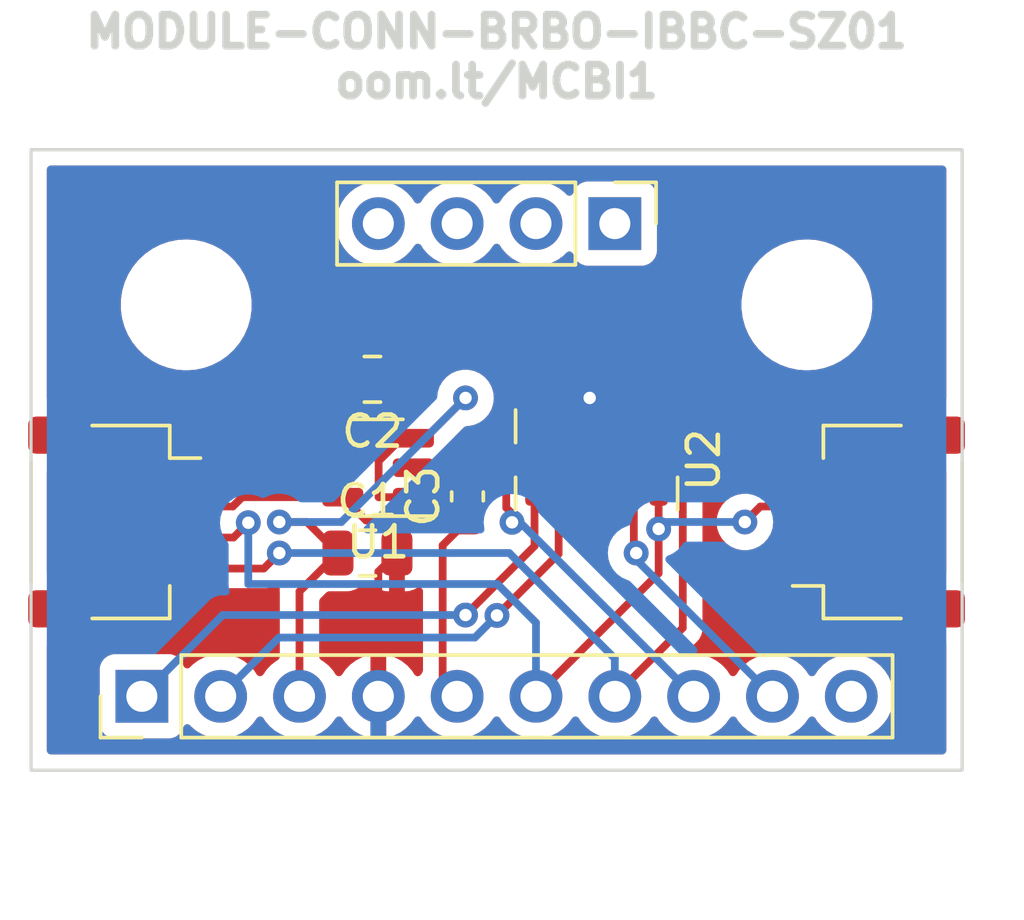
<source format=kicad_pcb>
(kicad_pcb (version 20211014) (generator pcbnew)
  (layers (0 "F.Cu" signal) (31 "B.Cu" signal) (34 "B.Paste" user) (35 "F.Paste" user) (36 "B.SilkS" user "B.Silkscreen") (37 "F.SilkS" user "F.Silkscreen") (38 "B.Mask" user) (39 "F.Mask" user) (44 "Edge.Cuts" user))
  (net 0 "")
  (net 1 "GND")
  (net 2 "SDA")
  (net 3 "SCL")
  (net 4 "Vin")
  (net 5 "3v3")
  (net 6 "CS")
  (net 7 "EX01")
  (net 8 "EX02")
  (net 9 "EX03")
  (net 10 "EX04")
  (net 11 "EX05")
  (net 12 "EX06")
  (net 13 "EX07")
  (net 14 "EX08")
  (footprint "Capacitor_SMD:C_0805_2012Metric" (layer "F.Cu") (at -4 -2.6 180)
    (fp_text reference "C2" (at 0 -1.68) (layer "F.SilkS"))
    (fp_text value "10uf")
    (fp_line (start -0.261252 0.735) (end 0.261252 0.735) (layer "F.SilkS") (width 0.12))
    (fp_line (start -0.261252 -0.735) (end 0.261252 -0.735) (layer "F.SilkS") (width 0.12))
    (pad "1" smd roundrect (at -0.95 0 180) (size 1 1.45) (layers "F.Cu" "F.Paste" "F.Mask") (net 5 "3v3"))
    (pad "2" smd roundrect (at 0.95 0 180) (size 1 1.45) (layers "F.Cu" "F.Paste" "F.Mask") (net 1 "GND"))
  )
  (footprint "Package_TO_SOT_SMD:SOT-23-5" (layer "F.Cu") (at -3.81817 0.25 180)
    (fp_text reference "U1" (at 0 -2.4) (layer "F.SilkS"))
    (fp_text value "AP2112K-3.3")
    (fp_line (start 0 -1.56) (end 0.8 -1.56) (layer "F.SilkS") (width 0.12))
    (fp_line (start 0 -1.56) (end -1.8 -1.56) (layer "F.SilkS") (width 0.12))
    (fp_line (start 0 1.56) (end 0.8 1.56) (layer "F.SilkS") (width 0.12))
    (fp_line (start 0 1.56) (end -0.8 1.56) (layer "F.SilkS") (width 0.12))
    (pad "1" smd roundrect (at -1.1375 -0.95 180) (size 1.325 0.6) (layers "F.Cu" "F.Paste" "F.Mask") (net 4 "Vin"))
    (pad "2" smd roundrect (at -1.1375 0 180) (size 1.325 0.6) (layers "F.Cu" "F.Paste" "F.Mask") (net 1 "GND"))
    (pad "3" smd roundrect (at -1.1375 0.95 180) (size 1.325 0.6) (layers "F.Cu" "F.Paste" "F.Mask") (net 4 "Vin"))
    (pad "4" smd roundrect (at 1.1375 0.95 180) (size 1.325 0.6) (layers "F.Cu" "F.Paste" "F.Mask"))
    (pad "5" smd roundrect (at 1.1375 -0.95 180) (size 1.325 0.6) (layers "F.Cu" "F.Paste" "F.Mask") (net 5 "3v3"))
  )
  (footprint "Package_LGA:LGA-14_3x5mm_P0.8mm_LayoutBorder1x6y" (layer "F.Cu") (at 3.222944 0 -90)
    (fp_text reference "U2" (at 0 -3.45 90) (layer "F.SilkS"))
    (fp_text value "ADXL343")
    (fp_line (start -0.56 2.61) (end -1.61 2.61) (layer "F.SilkS") (width 0.12))
    (fp_line (start 0.56 2.61) (end 1.61 2.61) (layer "F.SilkS") (width 0.12))
    (fp_line (start 0.56 -2.61) (end 1.61 -2.61) (layer "F.SilkS") (width 0.12))
    (pad "1" smd roundrect (at -1 -2 270) (size 0.95 0.6) (layers "F.Cu" "F.Paste" "F.Mask") (net 5 "3v3"))
    (pad "2" smd roundrect (at -1 -1.2 270) (size 0.95 0.6) (layers "F.Cu" "F.Paste" "F.Mask") (net 1 "GND"))
    (pad "3" smd roundrect (at -1 -0.4 270) (size 0.95 0.6) (layers "F.Cu" "F.Paste" "F.Mask"))
    (pad "4" smd roundrect (at -1 0.4 270) (size 0.95 0.6) (layers "F.Cu" "F.Paste" "F.Mask") (net 1 "GND"))
    (pad "5" smd roundrect (at -1 1.2 270) (size 0.95 0.6) (layers "F.Cu" "F.Paste" "F.Mask") (net 1 "GND"))
    (pad "6" smd roundrect (at -1 2 270) (size 0.95 0.6) (layers "F.Cu" "F.Paste" "F.Mask") (net 5 "3v3"))
    (pad "7" smd roundrect (at 0 2 270) (size 0.6 0.95) (layers "F.Cu" "F.Paste" "F.Mask") (net 6 "CS"))
    (pad "8" smd roundrect (at 1 2 270) (size 0.95 0.6) (layers "F.Cu" "F.Paste" "F.Mask") (net 7 "EX01"))
    (pad "9" smd roundrect (at 1 1.2 270) (size 0.95 0.6) (layers "F.Cu" "F.Paste" "F.Mask") (net 8 "EX02"))
    (pad "10" smd roundrect (at 1 0.4 270) (size 0.95 0.6) (layers "F.Cu" "F.Paste" "F.Mask"))
    (pad "11" smd roundrect (at 1 -0.4 270) (size 0.95 0.6) (layers "F.Cu" "F.Paste" "F.Mask"))
    (pad "12" smd roundrect (at 1 -1.2 270) (size 0.95 0.6) (layers "F.Cu" "F.Paste" "F.Mask") (net 9 "EX03"))
    (pad "13" smd roundrect (at 1 -2 270) (size 0.95 0.6) (layers "F.Cu" "F.Paste" "F.Mask") (net 2 "SDA"))
    (pad "14" smd roundrect (at 0 -2 270) (size 0.6 0.95) (layers "F.Cu" "F.Paste" "F.Mask") (net 3 "SCL"))
  )
  (footprint "oomlout_OOMP_modules:MODULE-CONN-BRBO-IBBC-SZ01" (layer "F.Cu") (at 0 0)
    (fp_text reference "U3" hide)
    (fp_text value "MODULE-CONN-BRBO-IBBC-SZ01")
    (fp_line (start 10.53 5.11) (end 10.53 4.06) (layer "F.SilkS") (width 0.12))
    (fp_line (start 3.81 -8.95) (end 5.14 -8.95) (layer "F.SilkS") (width 0.12))
    (fp_line (start 2.54 -8.95) (end 2.54 -6.29) (layer "F.SilkS") (width 0.12))
    (fp_line (start -11.43 8.95) (end -12.76 8.95) (layer "F.SilkS") (width 0.12))
    (fp_line (start 2.54 -8.95) (end -5.14 -8.95) (layer "F.SilkS") (width 0.12))
    (fp_line (start -10.16 6.29) (end 12.76 6.29) (layer "F.SilkS") (width 0.12))
    (fp_line (start 2.54 -6.29) (end -5.14 -6.29) (layer "F.SilkS") (width 0.12))
    (fp_line (start 15 3.94) (end 15 0.06) (layer "F.SilkS") (width 0.12))
    (fp_line (start -10.53 -1.11) (end -10.53 -0.06) (layer "F.SilkS") (width 0.12))
    (fp_line (start 12.76 8.95) (end 12.76 6.29) (layer "F.SilkS") (width 0.12))
    (fp_line (start 13.03 -1.11) (end 10.53 -1.11) (layer "F.SilkS") (width 0.12))
    (fp_line (start 10.53 4.06) (end 9.54 4.06) (layer "F.SilkS") (width 0.12))
    (fp_line (start -10.16 8.95) (end -10.16 6.29) (layer "F.SilkS") (width 0.12))
    (fp_line (start -10.53 -0.06) (end -9.54 -0.06) (layer "F.SilkS") (width 0.12))
    (fp_line (start -5.14 -8.95) (end -5.14 -6.29) (layer "F.SilkS") (width 0.12))
    (fp_line (start -10.16 8.95) (end 12.76 8.95) (layer "F.SilkS") (width 0.12))
    (fp_line (start 10.53 -1.11) (end 10.53 -0.06) (layer "F.SilkS") (width 0.12))
    (fp_line (start 13.03 5.11) (end 10.53 5.11) (layer "F.SilkS") (width 0.12))
    (fp_line (start -10.53 5.11) (end -10.53 4.06) (layer "F.SilkS") (width 0.12))
    (fp_line (start -12.76 8.95) (end -12.76 7.62) (layer "F.SilkS") (width 0.12))
    (fp_line (start -13.03 -1.11) (end -10.53 -1.11) (layer "F.SilkS") (width 0.12))
    (fp_line (start 5.14 -8.95) (end 5.14 -7.62) (layer "F.SilkS") (width 0.12))
    (fp_line (start -13.03 5.11) (end -10.53 5.11) (layer "F.SilkS") (width 0.12))
    (fp_line (start -15 0.06) (end -15 3.94) (layer "F.SilkS") (width 0.12))
    (fp_line (start 15 -10) (end 15 10) (layer "Edge.Cuts") (width 0.1))
    (fp_line (start -15 -10) (end 15 -10) (layer "Edge.Cuts") (width 0.1))
    (fp_line (start -15 10) (end -15 -10) (layer "Edge.Cuts") (width 0.1))
    (fp_line (start 15 10) (end -15 10) (layer "Edge.Cuts") (width 0.1))
    (pad "" np_thru_hole circle (at -10 -5) (size 3.2 3.2) (drill 3.2) (layers *.Cu *.Mask))
    (pad "" np_thru_hole circle (at 10 -5) (size 3.2 3.2) (drill 3.2) (layers *.Cu *.Mask))
    (pad "1" thru_hole rect (at -11.43 7.62 90) (size 1.7 1.7) (drill 1) (layers *.Cu *.Mask) (net 7 "EX01"))
    (pad "2" thru_hole oval (at -8.89 7.62 90) (size 1.7 1.7) (drill 1) (layers *.Cu *.Mask) (net 8 "EX02"))
    (pad "3" thru_hole oval (at -6.35 7.62 90) (size 1.7 1.7) (drill 1) (layers *.Cu *.Mask) (net 4 "Vin"))
    (pad "4" thru_hole oval (at -3.81 7.62 90) (size 1.7 1.7) (drill 1) (layers *.Cu *.Mask) (net 1 "GND"))
    (pad "4" smd roundrect (at 14.19 4.8 90) (size 1.2 1.8) (layers "F.Cu" "F.Paste" "F.Mask") (roundrect_rratio 0.208333) (net 1 "GND"))
    (pad "4" smd roundrect (at 10.315 3.5 90) (size 0.6 1.55) (layers "F.Cu" "F.Paste" "F.Mask") (net 1 "GND"))
    (pad "4" smd roundrect (at -14.19 4.8 270) (size 1.2 1.8) (layers "F.Cu" "F.Paste" "F.Mask") (roundrect_rratio 0.208333) (net 1 "GND"))
    (pad "4" smd roundrect (at -10.315 0.5 270) (size 0.6 1.55) (layers "F.Cu" "F.Paste" "F.Mask") (net 1 "GND"))
    (pad "4" smd roundrect (at -14.19 -0.8 270) (size 1.2 1.8) (layers "F.Cu" "F.Paste" "F.Mask") (roundrect_rratio 0.208333) (net 1 "GND"))
    (pad "4" smd roundrect (at 14.19 -0.8 90) (size 1.2 1.8) (layers "F.Cu" "F.Paste" "F.Mask") (roundrect_rratio 0.208333) (net 1 "GND"))
    (pad "5" smd roundrect (at 10.315 2.5 90) (size 0.6 1.55) (layers "F.Cu" "F.Paste" "F.Mask") (net 5 "3v3"))
    (pad "5" thru_hole oval (at -1.27 7.62 90) (size 1.7 1.7) (drill 1) (layers *.Cu *.Mask) (net 5 "3v3"))
    (pad "5" smd roundrect (at -10.315 1.5 270) (size 0.6 1.55) (layers "F.Cu" "F.Paste" "F.Mask") (net 5 "3v3"))
    (pad "6" smd roundrect (at 10.315 1.5 90) (size 0.6 1.55) (layers "F.Cu" "F.Paste" "F.Mask") (net 2 "SDA"))
    (pad "6" thru_hole oval (at 1.27 7.62 90) (size 1.7 1.7) (drill 1) (layers *.Cu *.Mask) (net 2 "SDA"))
    (pad "6" smd roundrect (at -10.315 2.5 270) (size 0.6 1.55) (layers "F.Cu" "F.Paste" "F.Mask") (net 2 "SDA"))
    (pad "7" smd roundrect (at 10.315 0.5 90) (size 0.6 1.55) (layers "F.Cu" "F.Paste" "F.Mask") (net 3 "SCL"))
    (pad "7" thru_hole oval (at 3.81 7.62 90) (size 1.7 1.7) (drill 1) (layers *.Cu *.Mask) (net 3 "SCL"))
    (pad "7" smd roundrect (at -10.315 3.5 270) (size 0.6 1.55) (layers "F.Cu" "F.Paste" "F.Mask") (net 3 "SCL"))
    (pad "8" thru_hole oval (at 6.35 7.62 90) (size 1.7 1.7) (drill 1) (layers *.Cu *.Mask) (net 6 "CS"))
    (pad "9" thru_hole oval (at 8.89 7.62 90) (size 1.7 1.7) (drill 1) (layers *.Cu *.Mask) (net 9 "EX03"))
    (pad "10" thru_hole oval (at 11.43 7.62 90) (size 1.7 1.7) (drill 1) (layers *.Cu *.Mask) (net 10 "EX04"))
    (pad "11" thru_hole rect (at 3.81 -7.62 270) (size 1.7 1.7) (drill 1) (layers *.Cu *.Mask) (net 11 "EX05"))
    (pad "12" thru_hole oval (at 1.27 -7.62 270) (size 1.7 1.7) (drill 1) (layers *.Cu *.Mask) (net 12 "EX06"))
    (pad "13" thru_hole oval (at -1.27 -7.62 270) (size 1.7 1.7) (drill 1) (layers *.Cu *.Mask) (net 13 "EX07"))
    (pad "14" thru_hole oval (at -3.81 -7.62 270) (size 1.7 1.7) (drill 1) (layers *.Cu *.Mask) (net 14 "EX08"))
  )
  (footprint "Capacitor_SMD:C_0805_2012Metric" (layer "F.Cu") (at -4.160097 3)
    (fp_text reference "C1" (at 0 -1.68) (layer "F.SilkS"))
    (fp_text value "10uf")
    (fp_line (start -0.261252 -0.735) (end 0.261252 -0.735) (layer "F.SilkS") (width 0.12))
    (fp_line (start -0.261252 0.735) (end 0.261252 0.735) (layer "F.SilkS") (width 0.12))
    (pad "1" smd roundrect (at -0.95 0) (size 1 1.45) (layers "F.Cu" "F.Paste" "F.Mask") (net 4 "Vin"))
    (pad "2" smd roundrect (at 0.95 0) (size 1 1.45) (layers "F.Cu" "F.Paste" "F.Mask") (net 1 "GND"))
  )
  (footprint "Capacitor_SMD:C_0603_1608Metric" (layer "F.Cu") (at -0.937153 1.175 90)
    (fp_text reference "C3" (at 0 -1.43 90) (layer "F.SilkS"))
    (fp_text value "100nf")
    (fp_line (start -0.14058 0.51) (end 0.14058 0.51) (layer "F.SilkS") (width 0.12))
    (fp_line (start -0.14058 -0.51) (end 0.14058 -0.51) (layer "F.SilkS") (width 0.12))
    (pad "1" smd roundrect (at -0.775 0 90) (size 0.9 0.95) (layers "F.Cu" "F.Paste" "F.Mask") (net 5 "3v3"))
    (pad "2" smd roundrect (at 0.775 0 90) (size 0.9 0.95) (layers "F.Cu" "F.Paste" "F.Mask") (net 1 "GND"))
  )
  (gr_line (start -15 10) (end -15 -10) (layer "Edge.Cuts") (width 0.1))
  (gr_line (start 15 10) (end -15 10) (layer "Edge.Cuts") (width 0.1))
  (gr_line (start 15 -10) (end 15 10) (layer "Edge.Cuts") (width 0.1))
  (gr_line (start -15 -10) (end 15 -10) (layer "Edge.Cuts") (width 0.1))
  (gr_text "MODULE-CONN-BRBO-IBBC-SZ01\noom.lt/MCBI1" (at 0 -13) (layer "Edge.Cuts") (effects (font (size 1 1) (thickness 0.25))))
  (segment (start 3.769016 -2) (end 3 -2) (width 0.25) (layer "F.Cu") (net 1))
  (segment (start 2.022944 -1.346072) (end 2.022944 -1) (width 0.25) (layer "F.Cu") (net 1))
  (segment (start -2.68067 0.25) (end -1.087153 0.25) (width 0.25) (layer "F.Cu") (net 1))
  (segment (start -3.210097 3) (end -3.81 3.599903) (width 0.25) (layer "F.Cu") (net 1))
  (segment (start -1.087153 0.25) (end -0.937153 0.4) (width 0.25) (layer "F.Cu") (net 1))
  (segment (start 4.422944 -1.346072) (end 3.769016 -2) (width 0.25) (layer "F.Cu") (net 1))
  (segment (start -0.937153 0.4) (end -0.937153 0.014025) (width 0.25) (layer "F.Cu") (net 1))
  (segment (start -3.81 3.599903) (end -3.81 7.60401) (width 0.25) (layer "F.Cu") (net 1))
  (segment (start 2.022944 -1) (end 2.822944 -1) (width 0.25) (layer "F.Cu") (net 1))
  (segment (start 4.422944 -1) (end 4.422944 -1.346072) (width 0.25) (layer "F.Cu") (net 1))
  (segment (start 2.822944 -1.822944) (end 2.822944 -1) (width 0.25) (layer "F.Cu") (net 1))
  (segment (start 3 -2) (end 2.822944 -1.822944) (width 0.25) (layer "F.Cu") (net 1))
  (via (at 3 -2) (size 0.8) (drill 0.4) (layers "F.Cu" "B.Cu") (net 1))
  (segment (start -8.475655 2.5) (end -10.164345 2.5) (width 0.25) (layer "F.Cu") (net 2))
  (segment (start 5.222944 3.651066) (end 1.27 7.60401) (width 0.25) (layer "F.Cu") (net 2))
  (segment (start 8 2) (end 8.5 1.5) (width 0.25) (layer "F.Cu") (net 2))
  (segment (start 5.222944 1) (end 5.222944 3.651066) (width 0.25) (layer "F.Cu") (net 2))
  (segment (start -7.999223 2.023568) (end -8.475655 2.5) (width 0.25) (layer "F.Cu") (net 2))
  (segment (start 8.5 1.5) (end 10.164345 1.5) (width 0.25) (layer "F.Cu") (net 2))
  (via (at 5.222944 2.222944) (size 0.8) (drill 0.4) (layers "F.Cu" "B.Cu") (net 2))
  (via (at 8 2) (size 0.8) (drill 0.4) (layers "F.Cu" "B.Cu") (net 2))
  (via (at -7.999223 2.023568) (size 0.8) (drill 0.4) (layers "F.Cu" "B.Cu") (net 2))
  (segment (start 1.27 7.60401) (end 1.27 5.245386) (width 0.25) (layer "B.Cu") (net 2))
  (segment (start -8 2.022791) (end -7.999223 2.023568) (width 0.25) (layer "B.Cu") (net 2))
  (segment (start 0.024614 4) (end -8 4) (width 0.25) (layer "B.Cu") (net 2))
  (segment (start 1.27 5.245386) (end 0.024614 4) (width 0.25) (layer "B.Cu") (net 2))
  (segment (start 5.222944 2.222944) (end 5.445888 2) (width 0.25) (layer "B.Cu") (net 2))
  (segment (start -8 2) (end -8 2.022791) (width 0.25) (layer "B.Cu") (net 2))
  (segment (start 5.445888 2) (end 8 2) (width 0.25) (layer "B.Cu") (net 2))
  (segment (start -8 4) (end -8 2) (width 0.25) (layer "B.Cu") (net 2))
  (segment (start -7.5 3.5) (end -7 3) (width 0.25) (layer "F.Cu") (net 3))
  (segment (start 5.369016 0) (end 6 0.630984) (width 0.25) (layer "F.Cu") (net 3))
  (segment (start 5.222944 0) (end 5.369016 0) (width 0.25) (layer "F.Cu") (net 3))
  (segment (start 6 0.630984) (end 6 5.41401) (width 0.25) (layer "F.Cu") (net 3))
  (segment (start 6 5.41401) (end 3.81 7.60401) (width 0.25) (layer "F.Cu") (net 3))
  (segment (start 5.222944 0) (end 9.664345 0) (width 0.25) (layer "F.Cu") (net 3))
  (segment (start 9.664345 0) (end 10.164345 0.5) (width 0.25) (layer "F.Cu") (net 3))
  (segment (start -10.164345 3.5) (end -7.5 3.5) (width 0.25) (layer "F.Cu") (net 3))
  (via (at -7 3) (size 0.8) (drill 0.4) (layers "F.Cu" "B.Cu") (net 3))
  (segment (start 3.81 6.401929) (end 0.408071 3) (width 0.25) (layer "B.Cu") (net 3))
  (segment (start 3.81 7.60401) (end 3.81 6.401929) (width 0.25) (layer "B.Cu") (net 3))
  (segment (start 0.408071 3) (end -7 3) (width 0.25) (layer "B.Cu") (net 3))
  (segment (start -5.110097 3) (end -6.35 4.239903) (width 0.25) (layer "F.Cu") (net 4))
  (segment (start -3.310097 1.2) (end -2.68067 1.2) (width 0.25) (layer "F.Cu") (net 4))
  (segment (start -2.3 -0.7) (end -1 -2) (width 0.25) (layer "F.Cu") (net 4))
  (segment (start -6.35 4.239903) (end -6.35 7.60401) (width 0.25) (layer "F.Cu") (net 4))
  (segment (start -6.110097 2) (end -5.110097 3) (width 0.25) (layer "F.Cu") (net 4))
  (segment (start -7 2) (end -6.110097 2) (width 0.25) (layer "F.Cu") (net 4))
  (segment (start -3.064242 -0.7) (end -2.68067 -0.7) (width 0.25) (layer "F.Cu") (net 4))
  (segment (start -2.68067 -0.7) (end -2.3 -0.7) (width 0.25) (layer "F.Cu") (net 4))
  (segment (start -3.8 1.2) (end -3.8 0.035758) (width 0.25) (layer "F.Cu") (net 4))
  (segment (start -3.764242 0) (end -3.064242 -0.7) (width 0.25) (layer "F.Cu") (net 4))
  (segment (start -3.8 0.035758) (end -3.064242 -0.7) (width 0.25) (layer "F.Cu") (net 4))
  (segment (start -2.68067 1.2) (end -3.8 1.2) (width 0.25) (layer "F.Cu") (net 4))
  (via (at -7 2) (size 0.8) (drill 0.4) (layers "F.Cu" "B.Cu") (net 4))
  (via (at -1 -2) (size 0.8) (drill 0.4) (layers "F.Cu" "B.Cu") (net 4))
  (segment (start -1 -2) (end -5 2) (width 0.25) (layer "B.Cu") (net 4))
  (segment (start -5 2) (end -7 2) (width 0.25) (layer "B.Cu") (net 4))
  (segment (start 3.569016 -3) (end 5.222944 -1.346072) (width 0.25) (layer "F.Cu") (net 5))
  (segment (start -4.95567 1.2) (end -8.2 1.2) (width 0.25) (layer "F.Cu") (net 5))
  (segment (start -0.937153 1.95) (end -1.73681 2.749657) (width 0.25) (layer "F.Cu") (net 5))
  (segment (start 11 -1) (end 5.222944 -1) (width 0.25) (layer "F.Cu") (net 5))
  (segment (start -4.20567 1.95) (end -0.937153 1.95) (width 0.25) (layer "F.Cu") (net 5))
  (segment (start -8.2 1.2) (end -8.5 1.5) (width 0.25) (layer "F.Cu") (net 5))
  (segment (start -4.32548 -1.32452) (end -5.67548 -1.32452) (width 0.25) (layer "F.Cu") (net 5))
  (segment (start -8.5 1.5) (end -10.164345 1.5) (width 0.25) (layer "F.Cu") (net 5))
  (segment (start 1.222944 -1) (end 1.222944 -1.346072) (width 0.25) (layer "F.Cu") (net 5))
  (segment (start -0.137633 1.15048) (end -0.137633 0.137633) (width 0.25) (layer "F.Cu") (net 5))
  (segment (start 12 0) (end 11 -1) (width 0.25) (layer "F.Cu") (net 5))
  (segment (start -1.73681 2.749657) (end -1.73681 7.1372) (width 0.25) (layer "F.Cu") (net 5))
  (segment (start 1.222944 -1.346072) (end 2.876872 -3) (width 0.25) (layer "F.Cu") (net 5))
  (segment (start -5.67548 -1.32452) (end -8.5 1.5) (width 0.25) (layer "F.Cu") (net 5))
  (segment (start 1 -1) (end 1.222944 -1) (width 0.25) (layer "F.Cu") (net 5))
  (segment (start 2.876872 -3) (end 3.569016 -3) (width 0.25) (layer "F.Cu") (net 5))
  (segment (start 10.898186 2.5) (end 12 1.398186) (width 0.25) (layer "F.Cu") (net 5))
  (segment (start -1.73681 7.1372) (end -1.27 7.60401) (width 0.25) (layer "F.Cu") (net 5))
  (segment (start 10.452114 2.5) (end 10.898186 2.5) (width 0.25) (layer "F.Cu") (net 5))
  (segment (start -4.95567 1.2) (end -4.20567 1.95) (width 0.25) (layer "F.Cu") (net 5))
  (segment (start 5.222944 -1.346072) (end 5.222944 -1) (width 0.25) (layer "F.Cu") (net 5))
  (segment (start 12 1.398186) (end 12 0) (width 0.25) (layer "F.Cu") (net 5))
  (segment (start -0.937153 1.95) (end -0.137633 1.15048) (width 0.25) (layer "F.Cu") (net 5))
  (segment (start -3.05 -2.6) (end -4.32548 -1.32452) (width 0.25) (layer "F.Cu") (net 5))
  (segment (start -0.137633 0.137633) (end 1 -1) (width 0.25) (layer "F.Cu") (net 5))
  (segment (start 0.311887 1.538463) (end 0.773424 2) (width 0.25) (layer "F.Cu") (net 6))
  (segment (start 0.773424 2) (end 0.763341 2.010083) (width 0.25) (layer "F.Cu") (net 6))
  (segment (start 0.763341 2.010083) (end 0.498444 2.010083) (width 0.25) (layer "F.Cu") (net 6))
  (segment (start 0.311887 0.688113) (end 0.311887 1.538463) (width 0.25) (layer "F.Cu") (net 6))
  (segment (start 1 0) (end 0.311887 0.688113) (width 0.25) (layer "F.Cu") (net 6))
  (segment (start 1.222944 0) (end 1 0) (width 0.25) (layer "F.Cu") (net 6))
  (via (at 0.498444 2.010083) (size 0.8) (drill 0.4) (layers "F.Cu" "B.Cu") (net 6))
  (segment (start 0.498444 2.010083) (end 0.756073 2.010083) (width 0.25) (layer "B.Cu") (net 6))
  (segment (start 0.756073 2.010083) (end 6.35 7.60401) (width 0.25) (layer "B.Cu") (net 6))
  (segment (start 1.222944 2.777056) (end -1 5) (width 0.25) (layer "F.Cu") (net 7))
  (segment (start 1.222944 1) (end 1.222944 2.777056) (width 0.25) (layer "F.Cu") (net 7))
  (via (at -1 5) (size 0.8) (drill 0.4) (layers "F.Cu" "B.Cu") (net 7))
  (segment (start -1 5) (end -8.82599 5) (width 0.25) (layer "B.Cu") (net 7))
  (segment (start -8.82599 5) (end -11.43 7.60401) (width 0.25) (layer "B.Cu") (net 7))
  (segment (start 2 3.024598) (end 2 1) (width 0.25) (layer "F.Cu") (net 8))
  (segment (start 0.012299 5.012299) (end 2 3.024598) (width 0.25) (layer "F.Cu") (net 8))
  (segment (start 2 1) (end 2.022944 1) (width 0.25) (layer "F.Cu") (net 8))
  (via (at 0.012299 5.012299) (size 0.8) (drill 0.4) (layers "F.Cu" "B.Cu") (net 8))
  (segment (start -0.699897 5.724511) (end 0 5.024614) (width 0.25) (layer "B.Cu") (net 8))
  (segment (start -8.89 7.60401) (end -7.010501 5.724511) (width 0.25) (layer "B.Cu") (net 8))
  (segment (start 0 5) (end 0.012299 5.012299) (width 0.25) (layer "B.Cu") (net 8))
  (segment (start 0 5.024614) (end 0 5) (width 0.25) (layer "B.Cu") (net 8))
  (segment (start -7.010501 5.724511) (end -0.699897 5.724511) (width 0.25) (layer "B.Cu") (net 8))
  (segment (start 4.422944 1) (end 4.422944 2.64952) (width 0.25) (layer "F.Cu") (net 9))
  (segment (start 4.773424 3) (end 4.498444 3) (width 0.25) (layer "F.Cu") (net 9))
  (segment (start 4.422944 2.64952) (end 4.773424 3) (width 0.25) (layer "F.Cu") (net 9))
  (via (at 4.498444 3) (size 0.8) (drill 0.4) (layers "F.Cu" "B.Cu") (net 9))
  (segment (start 4.498444 3.212454) (end 8.89 7.60401) (width 0.25) (layer "B.Cu") (net 9))
  (segment (start 4.498444 3) (end 4.498444 3.212454) (width 0.25) (layer "B.Cu") (net 9))
  (zone (net 1) (net_name "GND") (layers F&B.Cu) (connect_pads (clearance 0.508)) (min_thickness 0.254) (fill yes (thermal_gap 0.508) (thermal_bridge_width 0.508))
    (polygon (pts (xy 17 11) (xy -16 11) (xy -16 -11) (xy 17 -11)))
  )
)
</source>
